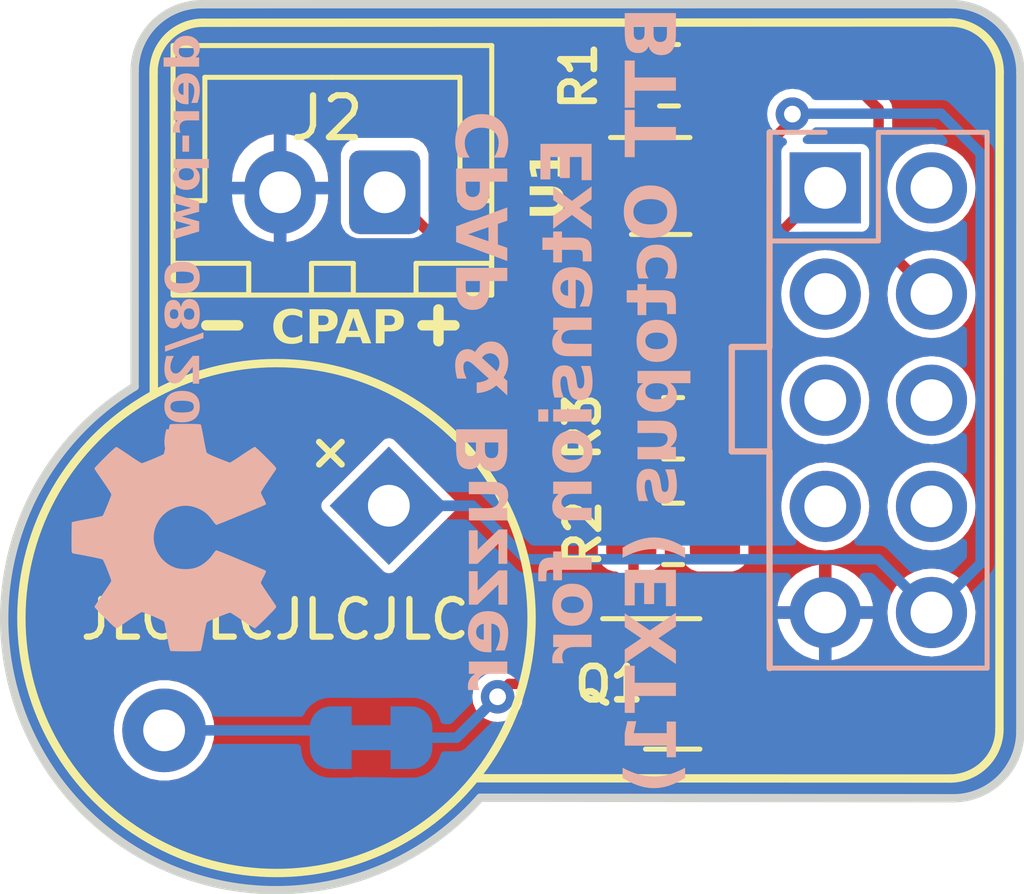
<source format=kicad_pcb>
(kicad_pcb (version 20221018) (generator pcbnew)
  (title_block (comment 4 "AISLER Project ID: ZZKYGMZC"))
  (layers (0 "F.Cu" signal) (31 "B.Cu" signal) (34 "B.Paste" user) (35 "F.Paste" user) (36 "B.SilkS" user "B.Silkscreen") (37 "F.SilkS" user "F.Silkscreen") (38 "B.Mask" user) (39 "F.Mask" user) (44 "Edge.Cuts" user))
  (net 0 "")
  (net 1 "PE8")
  (net 8 "GND")
  (net 9 "+5V")
  (net 10 "/MOT_SIG_H")
  (net 11 "PE10")
  (net 12 "/BEEPER_H")
  (net 13 "Net-(Q1-G)")
  (net 14 "Net-(BZ1-+)")
  (footprint "Resistor_SMD:R_0805_2012Metric_Pad1.20x1.40mm_HandSolder" (layer "F.Cu") (at 195.8975 96.9725 180)
    (fp_text reference "R2" (at 2.1575 -0.0075 90) (layer "F.SilkS") (effects (font (size 0.8 0.8) (thickness 0.16) bold)))
    (fp_text value "330")
    (fp_line (start -0.227064 -0.735) (end 0.227064 -0.735) (stroke (width 0.12)) (layer "F.SilkS"))
    (fp_line (start -0.227064 0.735) (end 0.227064 0.735) (stroke (width 0.12)) (layer "F.SilkS"))
    (pad "1" smd roundrect (at -1 0 180) (size 1.2 1.4) (layers "F.Cu" "F.Paste" "F.Mask") (roundrect_rratio 0.2083333333) (net 1 "PE8"))
    (pad "2" smd roundrect (at 1 0 180) (size 1.2 1.4) (layers "F.Cu" "F.Paste" "F.Mask") (roundrect_rratio 0.2083333333) (net 13 "Net-(Q1-G)"))
  )
  (footprint "Resistor_SMD:R_0805_2012Metric_Pad1.20x1.40mm_HandSolder" (layer "F.Cu") (at 195.8975 94.4475 180)
    (fp_text reference "R3" (at 2.1675 0.0275 90) (layer "F.SilkS") (effects (font (size 0.8 0.8) (thickness 0.16) bold)))
    (fp_text value "10k")
    (fp_line (start -0.227064 -0.735) (end 0.227064 -0.735) (stroke (width 0.12)) (layer "F.SilkS"))
    (fp_line (start -0.227064 0.735) (end 0.227064 0.735) (stroke (width 0.12)) (layer "F.SilkS"))
    (pad "1" smd roundrect (at -1 0 180) (size 1.2 1.4) (layers "F.Cu" "F.Paste" "F.Mask") (roundrect_rratio 0.2083333333) (net 8 "GND"))
    (pad "2" smd roundrect (at 1 0 180) (size 1.2 1.4) (layers "F.Cu" "F.Paste" "F.Mask") (roundrect_rratio 0.2083333333) (net 13 "Net-(Q1-G)"))
  )
  (footprint "Resistor_SMD:R_0805_2012Metric_Pad1.20x1.40mm_HandSolder" (layer "F.Cu") (at 195.8 86 180)
    (fp_text reference "R1" (at 2.16 -0.02 270) (layer "F.SilkS") (effects (font (size 0.8 0.8) (thickness 0.16) bold)))
    (fp_text value "4.7k")
    (fp_line (start -0.227064 -0.735) (end 0.227064 -0.735) (stroke (width 0.12)) (layer "F.SilkS"))
    (fp_line (start -0.227064 0.735) (end 0.227064 0.735) (stroke (width 0.12)) (layer "F.SilkS"))
    (pad "1" smd roundrect (at -1 0 180) (size 1.2 1.4) (layers "F.Cu" "F.Paste" "F.Mask") (roundrect_rratio 0.2083333333) (net 11 "PE10"))
    (pad "2" smd roundrect (at 1 0 180) (size 1.2 1.4) (layers "F.Cu" "F.Paste" "F.Mask") (roundrect_rratio 0.2083333333) (net 8 "GND"))
  )
  (footprint "Buzzer_Beeper:Buzzer_12x9.5RM7.6" (layer "F.Cu") (at 189.1 96.3 -135)
    (fp_text reference "BZ1" hide)
    (fp_text value "Buzzer" hide)
    (fp_text user "+" (at 0.098995 1.951615 45) (layer "F.SilkS"))
    (fp_circle (center 3.8 0) (end 9.9 0) (stroke (width 0.2)) (fill none) (layer "F.SilkS"))
    (pad "1" thru_hole rect (at 0 0 225) (size 2 2) (drill 1) (layers "*.Cu" "*.Mask") (net 9 "+5V"))
    (pad "2" thru_hole circle (at 7.6 0 225) (size 2 2) (drill 1) (layers "*.Cu" "*.Mask") (net 14 "Net-(BZ1-+)"))
  )
  (footprint "Package_TO_SOT_SMD:SOT-353_SC-70-5_Handsoldering" (layer "F.Cu") (at 195.6 88.65)
    (fp_text reference "U1" hide)
    (fp_text value "74LVC1G125" hide)
    (fp_text user "${REFERENCE}" (at -2.65 -0.03 90) (layer "F.SilkS") (effects (font (size 0.8 0.8) (thickness 0.15) bold)))
    (fp_line (start -0.7 1.16) (end 0.7 1.16) (stroke (width 0.12)) (layer "F.SilkS"))
    (fp_line (start 0.7 -1.16) (end -1.2 -1.16) (stroke (width 0.12)) (layer "F.SilkS"))
    (pad "1" smd rect (at -1.25 -0.65) (size 1.34 0.4) (layers "F.Cu" "F.Paste" "F.Mask") (net 8 "GND"))
    (pad "2" smd rect (at -1.25 0) (size 1.34 0.4) (layers "F.Cu" "F.Paste" "F.Mask") (net 11 "PE10"))
    (pad "3" smd rect (at -1.25 0.65) (size 1.34 0.4) (layers "F.Cu" "F.Paste" "F.Mask") (net 8 "GND"))
    (pad "4" smd rect (at 1.25 0.65) (size 1.34 0.4) (layers "F.Cu" "F.Paste" "F.Mask") (net 10 "/MOT_SIG_H"))
    (pad "5" smd rect (at 1.25 -0.65) (size 1.34 0.4) (layers "F.Cu" "F.Paste" "F.Mask") (net 9 "+5V"))
  )
  (footprint "Connector_JST:JST_XH_B2B-XH-A_1x02_P2.50mm_Vertical" (layer "F.Cu") (at 189 88.8 180)
    (fp_text reference "J2" (at 1.38 1.775) (layer "F.SilkS"))
    (fp_text value "Conn_01x02_Pin" hide)
    (fp_line (start -2.56 -2.46) (end -2.56 3.51) (stroke (width 0.12)) (layer "F.SilkS"))
    (fp_line (start -2.56 3.51) (end 5.06 3.51) (stroke (width 0.12)) (layer "F.SilkS"))
    (fp_line (start -2.55 -2.45) (end -2.55 -1.7) (stroke (width 0.12)) (layer "F.SilkS"))
    (fp_line (start -2.55 -1.7) (end -0.75 -1.7) (stroke (width 0.12)) (layer "F.SilkS"))
    (fp_line (start -2.55 -0.2) (end -1.8 -0.2) (stroke (width 0.12)) (layer "F.SilkS"))
    (fp_line (start -1.8 -0.2) (end -1.8 2.75) (stroke (width 0.12)) (layer "F.SilkS"))
    (fp_line (start -1.8 2.75) (end 1.25 2.75) (stroke (width 0.12)) (layer "F.SilkS"))
    (fp_line (start -0.75 -2.45) (end -2.55 -2.45) (stroke (width 0.12)) (layer "F.SilkS"))
    (fp_line (start -0.75 -1.7) (end -0.75 -2.45) (stroke (width 0.12)) (layer "F.SilkS"))
    (fp_line (start 0.75 -2.45) (end 0.75 -1.7) (stroke (width 0.12)) (layer "F.SilkS"))
    (fp_line (start 0.75 -1.7) (end 1.75 -1.7) (stroke (width 0.12)) (layer "F.SilkS"))
    (fp_line (start 1.75 -2.45) (end 0.75 -2.45) (stroke (width 0.12)) (layer "F.SilkS"))
    (fp_line (start 1.75 -1.7) (end 1.75 -2.45) (stroke (width 0.12)) (layer "F.SilkS"))
    (fp_line (start 3.25 -2.45) (end 3.25 -1.7) (stroke (width 0.12)) (layer "F.SilkS"))
    (fp_line (start 3.25 -1.7) (end 5.05 -1.7) (stroke (width 0.12)) (layer "F.SilkS"))
    (fp_line (start 4.3 -0.2) (end 4.3 2.75) (stroke (width 0.12)) (layer "F.SilkS"))
    (fp_line (start 4.3 2.75) (end 1.25 2.75) (stroke (width 0.12)) (layer "F.SilkS"))
    (fp_line (start 5.05 -2.45) (end 3.25 -2.45) (stroke (width 0.12)) (layer "F.SilkS"))
    (fp_line (start 5.05 -1.7) (end 5.05 -2.45) (stroke (width 0.12)) (layer "F.SilkS"))
    (fp_line (start 5.05 -0.2) (end 4.3 -0.2) (stroke (width 0.12)) (layer "F.SilkS"))
    (fp_line (start 5.06 -2.46) (end -2.56 -2.46) (stroke (width 0.12)) (layer "F.SilkS"))
    (fp_line (start 5.06 3.51) (end 5.06 -2.46) (stroke (width 0.12)) (layer "F.SilkS"))
    (pad "1" thru_hole roundrect (at 0 0 180) (size 1.7 2) (drill 1) (layers "*.Cu" "*.Mask") (roundrect_rratio 0.1470588235) (net 10 "/MOT_SIG_H"))
    (pad "2" thru_hole oval (at 2.5 0 180) (size 1.7 2) (drill 1) (layers "*.Cu" "*.Mask") (net 8 "GND"))
  )
  (footprint "Package_TO_SOT_SMD:SOT-23" (layer "F.Cu") (at 195.8875 100.5625)
    (fp_text reference "Q1" (at -1.5175 0.0075) (layer "F.SilkS") (effects (font (size 0.8 0.8) (thickness 0.16) bold)))
    (fp_text value "AO3400A" hide)
    (fp_line (start 0 -1.56) (end -1.675 -1.56) (stroke (width 0.12)) (layer "F.SilkS"))
    (fp_line (start 0 -1.56) (end 0.65 -1.56) (stroke (width 0.12)) (layer "F.SilkS"))
    (fp_line (start 0 1.56) (end -0.65 1.56) (stroke (width 0.12)) (layer "F.SilkS"))
    (fp_line (start 0 1.56) (end 0.65 1.56) (stroke (width 0.12)) (layer "F.SilkS"))
    (pad "1" smd roundrect (at -0.9375 -0.95) (size 1.475 0.6) (layers "F.Cu" "F.Paste" "F.Mask") (net 13 "Net-(Q1-G)"))
    (pad "2" smd roundrect (at -0.9375 0.95) (size 1.475 0.6) (layers "F.Cu" "F.Paste" "F.Mask") (net 8 "GND"))
    (pad "3" smd roundrect (at 0.9375 0) (size 1.475 0.6) (layers "F.Cu" "F.Paste" "F.Mask") (net 12 "/BEEPER_H"))
  )
  (footprint "Connector_PinSocket_2.54mm:PinSocket_2x05_P2.54mm_Vertical" (layer "B.Cu") (at 199.535 88.695 180)
    (fp_text reference "J1" hide)
    (fp_text value "Conn_02x05_Odd_Even" hide)
    (fp_line (start -3.87 -11.49) (end 1.33 -11.49) (stroke (width 0.12)) (layer "B.SilkS"))
    (fp_line (start -3.87 1.33) (end -3.87 -11.49) (stroke (width 0.12)) (layer "B.SilkS"))
    (fp_line (start -3.87 1.33) (end -1.27 1.33) (stroke (width 0.12)) (layer "B.SilkS"))
    (fp_line (start -1.27 -1.27) (end 1.33 -1.27) (stroke (width 0.12)) (layer "B.SilkS"))
    (fp_line (start -1.27 1.33) (end -1.27 -1.27) (stroke (width 0.12)) (layer "B.SilkS"))
    (fp_line (start 0 1.33) (end 1.33 1.33) (stroke (width 0.12)) (layer "B.SilkS"))
    (fp_line (start 1.33 -1.27) (end 1.33 -11.49) (stroke (width 0.12)) (layer "B.SilkS"))
    (fp_line (start 1.33 1.33) (end 1.33 0) (stroke (width 0.12)) (layer "B.SilkS"))
    (pad "1" thru_hole rect (at 0 0 180) (size 1.7 1.7) (drill 1) (layers "*.Cu" "*.Mask") (net 1 "PE8"))
    (pad "2" thru_hole oval (at -2.54 0 180) (size 1.7 1.7) (drill 1) (layers "*.Cu" "*.Mask"))
    (pad "3" thru_hole oval (at 0 -2.54 180) (size 1.7 1.7) (drill 1) (layers "*.Cu" "*.Mask"))
    (pad "4" thru_hole oval (at -2.54 -2.54 180) (size 1.7 1.7) (drill 1) (layers "*.Cu" "*.Mask") (net 11 "PE10"))
    (pad "5" thru_hole oval (at 0 -5.08 180) (size 1.7 1.7) (drill 1) (layers "*.Cu" "*.Mask"))
    (pad "6" thru_hole oval (at -2.54 -5.08 180) (size 1.7 1.7) (drill 1) (layers "*.Cu" "*.Mask"))
    (pad "7" thru_hole oval (at 0 -7.62 180) (size 1.7 1.7) (drill 1) (layers "*.Cu" "*.Mask"))
    (pad "8" thru_hole oval (at -2.54 -7.62 180) (size 1.7 1.7) (drill 1) (layers "*.Cu" "*.Mask"))
    (pad "9" thru_hole oval (at 0 -10.16 180) (size 1.7 1.7) (drill 1) (layers "*.Cu" "*.Mask") (net 8 "GND"))
    (pad "10" thru_hole oval (at -2.54 -10.16 180) (size 1.7 1.7) (drill 1) (layers "*.Cu" "*.Mask") (net 9 "+5V"))
  )
  (footprint "Jumper:SolderJumper-2_P1.3mm_Bridged_RoundedPad1.0x1.5mm" (layer "B.Cu") (at 188.36 101.85)
    (fp_text reference "JP1" hide)
    (fp_text value "Jumper_2_Bridged" hide)
    (fp_poly (pts (xy 0.9 0.3) (xy -0.25 0.3) (xy -0.25 -0.3) (xy 0.9 -0.3)) (fill solid) (layer "B.Cu"))
    (pad "1" smd custom (at -0.65 0) (size 1 0.5) (layers "B.Cu" "B.Mask") (net 14 "Net-(BZ1-+)") (options (clearance outline) (anchor rect)) (primitives (gr_circle (center 0 -0.25) (end 0.5 -0.25) (width 0) (fill yes)) (gr_circle (center 0 0.25) (end 0.5 0.25) (width 0) (fill yes)) (gr_poly (pts (xy 0.5 -0.75) (xy 0 -0.75) (xy 0 0.75) (xy 0.5 0.75)) (width 0) (fill yes))))
    (pad "2" smd custom (at 1.28 0) (size 1 0.5) (layers "B.Cu" "B.Mask") (net 12 "/BEEPER_H") (options (clearance outline) (anchor rect)) (primitives (gr_circle (center 0 -0.25) (end 0.5 -0.25) (width 0) (fill yes)) (gr_circle (center 0 0.25) (end 0.5 0.25) (width 0) (fill yes)) (gr_poly (pts (xy 0 -0.75) (xy -0.5 -0.75) (xy -0.5 0.75) (xy 0 0.75)) (width 0) (fill yes))))
  )
  (gr_line (start 198.205 87.365) (end 198.2 92.5) (stroke (width 0.15)) (layer "B.SilkS"))
  (gr_line (start 197.3 95) (end 198.2 95) (stroke (width 0.15)) (layer "B.SilkS"))
  (gr_poly (pts (xy 181.511876 97.033831) (xy 181.516412 96.693639) (xy 181.585672 96.676539) (xy 181.605559 96.672033) (xy 181.635656 96.665746) (xy 181.720547 96.648979) (xy 181.828477 96.628528) (xy 181.947577 96.606685) (xy 182.062533 96.584852) (xy 182.159179 96.564422) (xy 182.197465 96.555448) (xy 182.227369 96.547681) (xy 182.247623 96.541409) (xy 182.253734 96.538922) (xy 182.256958 96.536917) (xy 182.262504 96.528244) (xy 182.271479 96.510559) (xy 182.29763 96.45325) (xy 182.331229 96.375182) (xy 182.368094 96.286547) (xy 182.404045 96.19754) (xy 182.434901 96.118351) (xy 182.45648 96.059176) (xy 182.462485 96.040277) (xy 182.464603 96.030205) (xy 182.464402 96.02894) (xy 182.463808 96.027113) (xy 182.461476 96.021834) (xy 182.457685 96.014492) (xy 182.452514 96.005211) (xy 182.438347 95.981328) (xy 182.419603 95.951181) (xy 182.39691 95.915764) (xy 182.370898 95.876073) (xy 182.342196 95.833101) (xy 182.311431 95.787844) (xy 182.108776 95.491979) (xy 182.098836 95.477121) (xy 182.089563 95.462685) (xy 182.081159 95.449031) (xy 182.073828 95.436513) (xy 182.067773 95.425491) (xy 182.063196 95.416321) (xy 182.061526 95.412542) (xy 182.060301 95.40936) (xy 182.059548 95.40682) (xy 182.059291 95.404966) (xy 182.05962 95.403893) (xy 182.060598 95.402182) (xy 182.064432 95.396915) (xy 182.070665 95.389301) (xy 182.079167 95.379477) (xy 182.102462 95.353744) (xy 182.133286 95.320806) (xy 182.170604 95.281756) (xy 182.213386 95.237684) (xy 182.260597 95.189682) (xy 182.311205 95.138842) (xy 182.37589 95.074668) (xy 182.430611 95.021355) (xy 182.476086 94.978273) (xy 182.513032 94.944791) (xy 182.542167 94.920282) (xy 182.554029 94.911195) (xy 182.564208 94.904115) (xy 182.572793 94.898963) (xy 182.579873 94.89566) (xy 182.585538 94.894129) (xy 182.589879 94.89429) (xy 182.594008 94.89603) (xy 182.600849 94.899652) (xy 182.622039 94.912141) (xy 182.652196 94.930955) (xy 182.690067 94.955289) (xy 182.734399 94.984342) (xy 182.78394 95.017309) (xy 182.837436 95.053387) (xy 182.893636 95.091775) (xy 183.002977 95.165713) (xy 183.095968 95.226262) (xy 183.133254 95.249562) (xy 183.162757 95.267172) (xy 183.183247 95.278311) (xy 183.189727 95.28121) (xy 183.193492 95.282198) (xy 183.203234 95.279962) (xy 183.22222 95.273625) (xy 183.282612 95.250862) (xy 183.364043 95.218343) (xy 183.455888 95.180502) (xy 183.547523 95.141773) (xy 183.628323 95.10659) (xy 183.687662 95.079387) (xy 183.705964 95.070163) (xy 183.714917 95.064597) (xy 183.71651 95.06166) (xy 183.718712 95.055367) (xy 183.724777 95.033428) (xy 183.732792 95.000215) (xy 183.742432 94.95716) (xy 183.753376 94.905697) (xy 183.7653 94.847259) (xy 183.777882 94.78328) (xy 183.7908 94.715192) (xy 183.837591 94.471332) (xy 183.853365 94.393012) (xy 183.861013 94.359334) (xy 183.861765 94.358069) (xy 183.863013 94.356859) (xy 183.864778 94.355702) (xy 183.867079 94.354598) (xy 183.869935 94.353545) (xy 183.873366 94.352544) (xy 183.882031 94.35069) (xy 183.89323 94.349027) (xy 183.907121 94.347549) (xy 183.923859 94.346247) (xy 183.943602 94.345115) (xy 183.966506 94.344144) (xy 183.992728 94.343327) (xy 184.022423 94.342657) (xy 184.05575 94.342126) (xy 184.133922 94.341449) (xy 184.228496 94.341237) (xy 184.399979 94.342158) (xy 184.463454 94.343387) (xy 184.513588 94.3452) (xy 184.551511 94.347649) (xy 184.578348 94.350785) (xy 184.59523 94.354663) (xy 184.600289 94.356896) (xy 184.603282 94.359334) (xy 184.604993 94.362752) (xy 184.60721 94.369169) (xy 184.613023 94.39034) (xy 184.620436 94.421528) (xy 184.629164 94.461409) (xy 184.638923 94.508662) (xy 184.649429 94.561965) (xy 184.660398 94.619996) (xy 184.671545 94.681434) (xy 184.693751 94.802225) (xy 184.714549 94.906385) (xy 184.731546 94.982792) (xy 184.737871 95.007114) (xy 184.742347 95.020328) (xy 184.743721 95.022899) (xy 184.745388 95.025497) (xy 184.747367 95.028133) (xy 184.749674 95.030813) (xy 184.752327 95.033549) (xy 184.755345 95.036348) (xy 184.758744 95.039219) (xy 184.762543 95.042172) (xy 184.76676 95.045216) (xy 184.771411 95.048358) (xy 184.776515 95.05161) (xy 184.78209 95.054978) (xy 184.794722 95.062102) (xy 184.809448 95.069803) (xy 184.82641 95.078152) (xy 184.84575 95.087221) (xy 184.867609 95.097082) (xy 184.89213 95.107805) (xy 184.919454 95.119464) (xy 184.949723 95.132128) (xy 184.983078 95.145871) (xy 185.019661 95.160763) (xy 185.122338 95.201799) (xy 185.209265 95.235509) (xy 185.271274 95.258409) (xy 185.290069 95.264715) (xy 185.299197 95.267012) (xy 185.300529 95.266802) (xy 185.302558 95.266108) (xy 185.308631 95.263313) (xy 185.317263 95.258725) (xy 185.328304 95.252438) (xy 185.357007 95.235154) (xy 185.393534 95.212231) (xy 185.436674 95.184438) (xy 185.485221 95.152544) (xy 185.537966 95.117318) (xy 185.5937 95.079528) (xy 185.702591 95.006457) (xy 185.751644 94.974498) (xy 185.79546 94.946618) (xy 185.832808 94.92359) (xy 185.862458 94.906186) (xy 185.883178 94.895178) (xy 185.889805 94.892313) (xy 185.893738 94.891337) (xy 185.895333 94.891666) (xy 185.897555 94.892644) (xy 185.903811 94.896479) (xy 185.912365 94.902712) (xy 185.923076 94.911215) (xy 185.935804 94.921859) (xy 185.950408 94.934513) (xy 185.984684 94.96534) (xy 186.02478 95.002661) (xy 186.06957 95.045445) (xy 186.117931 95.092657) (xy 186.168738 95.143264) (xy 186.246523 95.221749) (xy 186.306038 95.282633) (xy 186.34947 95.328582) (xy 186.365837 95.346788) (xy 186.379002 95.36226) (xy 186.389239 95.375331) (xy 186.39682 95.386334) (xy 186.402018 95.395603) (xy 186.405107 95.40347) (xy 186.406359 95.410269) (xy 186.406048 95.416334) (xy 186.404447 95.421996) (xy 186.401828 95.42759) (xy 186.394836 95.439199) (xy 186.381519 95.459884) (xy 186.339026 95.523857) (xy 186.28057 95.610247) (xy 186.212372 95.709798) (xy 186.145542 95.808493) (xy 186.11631 95.85291) (xy 186.090809 95.892556) (xy 186.069745 95.926318) (xy 186.053825 95.953082) (xy 186.043755 95.971737) (xy 186.041134 95.977676) (xy 186.040241 95.98117) (xy 186.040586 95.984015) (xy 186.041598 95.988047) (xy 186.043243 95.99319) (xy 186.045485 95.999369) (xy 186.04829 96.00651) (xy 186.051624 96.014537) (xy 186.059739 96.032954) (xy 186.069553 96.05402) (xy 186.080788 96.077138) (xy 186.093169 96.10171) (xy 186.106417 96.127138) (xy 186.119514 96.152394) (xy 186.131428 96.176473) (xy 186.141917 96.198811) (xy 186.150737 96.218845) (xy 186.157646 96.23601) (xy 186.1624 96.249742) (xy 186.163893 96.255144) (xy 186.164757 96.259477) (xy 186.164961 96.26267) (xy 186.164474 96.264652) (xy 186.16381 96.265423) (xy 186.162678 96.26638) (xy 186.159054 96.268831) (xy 186.153703 96.271959) (xy 186.146721 96.275718) (xy 186.128263 96.284948) (xy 186.104467 96.296156) (xy 186.076121 96.308978) (xy 186.044013 96.32305) (xy 186.00893 96.338007) (xy 185.971661 96.353484) (xy 185.39041 96.593985) (xy 185.234998 96.65797) (xy 185.10496 96.710368) (xy 185.013915 96.745774) (xy 184.987271 96.755413) (xy 184.975483 96.758777) (xy 184.974467 96.758658) (xy 184.973296 96.758306) (xy 184.971973 96.757727) (xy 184.970505 96.756926) (xy 184.968898 96.755908) (xy 184.967156 96.754681) (xy 184.963289 96.751619) (xy 184.958949 96.747787) (xy 184.954179 96.74323) (xy 184.949023 96.737996) (xy 184.943523 96.732131) (xy 184.937722 96.725681) (xy 184.931664 96.718693) (xy 184.925393 96.711214) (xy 184.918951 96.703289) (xy 184.912382 96.694966) (xy 184.905729 96.686291) (xy 184.899035 96.677311) (xy 184.892343 96.668072) (xy 184.86906 96.636204) (xy 184.846119 96.606392) (xy 184.823385 96.57853) (xy 184.800724 96.552513) (xy 184.778003 96.528233) (xy 184.755087 96.505584) (xy 184.731843 96.48446) (xy 184.708136 96.464754) (xy 184.683833 96.446361) (xy 184.6588 96.429174) (xy 184.632902 96.413087) (xy 184.606006 96.397993) (xy 184.577978 96.383786) (xy 184.548684 96.37036) (xy 184.517989 96.357608) (xy 184.485761 96.345424) (xy 184.449375 96.333229) (xy 184.413057 96.322963) (xy 184.376793 96.314628) (xy 184.340568 96.308222) (xy 184.304369 96.303749) (xy 184.268182 96.301208) (xy 184.231993 96.300601) (xy 184.195787 96.301929) (xy 184.159552 96.305191) (xy 184.123271 96.310391) (xy 184.086933 96.317527) (xy 184.050522 96.326601) (xy 184.014025 96.337615) (xy 183.977427 96.350568) (xy 183.940715 96.365463) (xy 183.903874 96.382299) (xy 183.880118 96.394313) (xy 183.856882 96.407168) (xy 183.834183 96.420839) (xy 183.812036 96.435302) (xy 183.790456 96.450533) (xy 183.769458 96.466507) (xy 183.749058 96.4832) (xy 183.729271 96.500587) (xy 183.710113 96.518645) (xy 183.691597 96.537348) (xy 183.673741 96.556673) (xy 183.656558 96.576594) (xy 183.640065 96.597088) (xy 183.624276 96.61813) (xy 183.609207 96.639695) (xy 183.594873 96.66176) (xy 183.58129 96.6843) (xy 183.568472 96.70729) (xy 183.556435 96.730707) (xy 183.545195 96.754524) (xy 183.534766 96.77872) (xy 183.525163 96.803268) (xy 183.516403 96.828144) (xy 183.5085 96.853325) (xy 183.501469 96.878785) (xy 183.495327 96.904501) (xy 183.490087 96.930447) (xy 183.485766 96.9566) (xy 183.482379 96.982935) (xy 183.47994 97.009427) (xy 183.478466 97.036053) (xy 183.477971 97.062788) (xy 183.478624 97.093084) (xy 183.480566 97.123235) (xy 183.488212 97.182963) (xy 183.500705 97.241691) (xy 183.517838 97.29914) (xy 183.539405 97.355028) (xy 183.5652 97.409078) (xy 183.595018 97.461008) (xy 183.628653 97.510538) (xy 183.665898 97.557389) (xy 183.706548 97.601281) (xy 183.750397 97.641934) (xy 183.797239 97.679068) (xy 183.846868 97.712403) (xy 183.899078 97.741659) (xy 183.926087 97.75467) (xy 183.953664 97.766556) (xy 183.981783 97.777283) (xy 184.010419 97.786815) (xy 184.035021 97.793695) (xy 184.061159 97.799658) (xy 184.088614 97.804704) (xy 184.117165 97.808833) (xy 184.146594 97.812044) (xy 184.176681 97.814337) (xy 184.207207 97.815713) (xy 184.237952 97.816172) (xy 184.268698 97.815713) (xy 184.299224 97.814337) (xy 184.329311 97.812044) (xy 184.35874 97.808833) (xy 184.387291 97.804704) (xy 184.414746 97.799658) (xy 184.440884 97.793695) (xy 184.465487 97.786815) (xy 184.496505 97.776349) (xy 184.527266 97.764205) (xy 184.557729 97.750416) (xy 184.587855 97.735011) (xy 184.617604 97.718023) (xy 184.646938 97.699482) (xy 184.675817 97.679419) (xy 184.704202 97.657867) (xy 184.732052 97.634856) (xy 184.75933 97.610417) (xy 184.785996 97.584582) (xy 184.81201 97.557381) (xy 184.837333 97.528846) (xy 184.861925 97.499009) (xy 184.885748 97.4679) (xy 184.908762 97.435551) (xy 184.913651 97.428545) (xy 184.918598 97.421736) (xy 184.923571 97.415158) (xy 184.928534 97.408848) (xy 184.933454 97.402841) (xy 184.938295 97.397171) (xy 184.943023 97.391874) (xy 184.947605 97.386985) (xy 184.952005 97.382539) (xy 184.95619 97.378572) (xy 184.960125 97.375118) (xy 184.963775 97.372214) (xy 184.967107 97.369894) (xy 184.970086 97.368193) (xy 184.972678 97.367146) (xy 184.973818 97.366879) (xy 184.974848 97.366789) (xy 184.977861 97.367233) (xy 184.98291 97.368536) (xy 184.998651 97.373542) (xy 185.021139 97.381457) (xy 185.049443 97.39193) (xy 185.08263 97.404611) (xy 185.11977 97.419149) (xy 185.159929 97.435193) (xy 185.202177 97.452392) (xy 185.938176 97.757103) (xy 186.102277 97.827796) (xy 186.142703 97.846672) (xy 186.158941 97.856071) (xy 186.159843 97.857156) (xy 186.160592 97.858433) (xy 186.161189 97.859903) (xy 186.16163 97.861568) (xy 186.161916 97.863432) (xy 186.162046 97.865495) (xy 186.162018 97.867762) (xy 186.161832 97.870233) (xy 186.161486 97.872912) (xy 186.160979 97.8758) (xy 186.160311 97.878899) (xy 186.15948 97.882213) (xy 186.157328 97.889493) (xy 186.154513 97.897657) (xy 186.151027 97.906724) (xy 186.146864 97.916712) (xy 186.142014 97.927639) (xy 186.13647 97.939526) (xy 186.130223 97.952388) (xy 186.123266 97.966247) (xy 186.11559 97.981118) (xy 186.107188 97.997022) (xy 186.093763 98.022726) (xy 186.081228 98.047545) (xy 186.06986 98.070876) (xy 186.059937 98.092115) (xy 186.051736 98.110659) (xy 186.045535 98.125906) (xy 186.041611 98.137252) (xy 186.040589 98.141273) (xy 186.040241 98.144093) (xy 186.040465 98.145509) (xy 186.04113 98.14755) (xy 186.04374 98.153439) (xy 186.047982 98.161623) (xy 186.053769 98.171963) (xy 186.069625 98.198559) (xy 186.090604 98.23212) (xy 186.116004 98.27154) (xy 186.14512 98.315711) (xy 186.17725 98.363529) (xy 186.211691 98.413886) (xy 186.279678 98.513066) (xy 186.338056 98.59939) (xy 186.380615 98.66359) (xy 186.394023 98.684495) (xy 186.401148 98.696393) (xy 186.402672 98.699376) (xy 186.403991 98.702297) (xy 186.405067 98.705201) (xy 186.405865 98.708134) (xy 186.406349 98.711139) (xy 186.406462 98.712683) (xy 186.406482 98.714261) (xy 186.406406 98.71588) (xy 186.406229 98.717545) (xy 186.405946 98.719261) (xy 186.405553 98.721035) (xy 186.405045 98.722871) (xy 186.404418 98.724775) (xy 186.402789 98.72881) (xy 186.400628 98.733185) (xy 186.397901 98.737943) (xy 186.394571 98.743131) (xy 186.390601 98.748791) (xy 186.385957 98.754969) (xy 186.380601 98.761709) (xy 186.374498 98.769055) (xy 186.367611 98.777053) (xy 186.359905 98.785746) (xy 186.351343 98.795179) (xy 186.34189 98.805397) (xy 186.331509 98.816443) (xy 186.30782 98.841202) (xy 186.279986 98.869812) (xy 186.247721 98.902627) (xy 186.210734 98.940005) (xy 186.168738 98.982302) (xy 186.169057 98.982279) (xy 186.118272 99.032884) (xy 186.069978 99.080095) (xy 186.025297 99.122878) (xy 185.985349 99.160199) (xy 185.951257 99.191025) (xy 185.924141 99.214323) (xy 185.905124 99.229059) (xy 185.899003 99.232894) (xy 185.895327 99.234201) (xy 185.893785 99.233955) (xy 185.891553 99.233225) (xy 185.885097 99.23036) (xy 185.876111 99.225704) (xy 185.864748 99.219352) (xy 185.8355 99.201948) (xy 185.798574 99.17892) (xy 185.755191 99.15104) (xy 185.706572 99.119081) (xy 185.653938 99.083813) (xy 185.598509 99.04601) (xy 185.490547 98.972963) (xy 185.398802 98.913189) (xy 185.362044 98.890206) (xy 185.332979 98.872854) (xy 185.31282 98.861902) (xy 185.30646 98.859068) (xy 185.302781 98.858123) (xy 185.299162 98.858698) (xy 185.292994 98.860327) (xy 185.273589 98.866527) (xy 185.245725 98.876291) (xy 185.210558 98.889187) (xy 185.169247 98.904782) (xy 185.12295 98.922645) (xy 185.072823 98.942343) (xy 185.020024 98.963446) (xy 184.948795 98.992453) (xy 184.890618 99.016878) (xy 184.844192 99.037384) (xy 184.808212 99.054632) (xy 184.781377 99.069284) (xy 184.770982 99.075844) (xy 184.762384 99.082003) (xy 184.755421 99.087843) (xy 184.74993 99.093449) (xy 184.745747 99.098902) (xy 184.742711 99.104285) (xy 184.740745 99.109508) (xy 184.738275 99.11768) (xy 184.731973 99.142174) (xy 184.724108 99.176371) (xy 184.714981 99.218877) (xy 184.704895 99.268299) (xy 184.694153 99.323241) (xy 184.683056 99.382309) (xy 184.671908 99.44411) (xy 184.64971 99.563575) (xy 184.629477 99.664125) (xy 184.62078 99.704004) (xy 184.613393 99.735191) (xy 184.607591 99.756365) (xy 184.605369 99.762784) (xy 184.603646 99.766204) (xy 184.60243 99.767453) (xy 184.600727 99.768649) (xy 184.598521 99.769793) (xy 184.595794 99.770886) (xy 184.588712 99.772922) (xy 184.579348 99.774762) (xy 184.567567 99.776415) (xy 184.553235 99.777886) (xy 184.536219 99.779182) (xy 184.516384 99.78031) (xy 184.493597 99.781277) (xy 184.467723 99.782088) (xy 184.438628 99.782751) (xy 184.406178 99.783273) (xy 184.330679 99.783917) (xy 184.240154 99.784075) (xy 184.10325 99.783152) (xy 183.988671 99.780803) (xy 183.908416 99.777379) (xy 183.884909 99.775375) (xy 183.877968 99.774319) (xy 183.874484 99.773234) (xy 183.87356 99.772263) (xy 183.872492 99.770461) (xy 183.869944 99.76445) (xy 183.866878 99.755373) (xy 183.863333 99.743403) (xy 183.854965 99.711475) (xy 183.84515 99.670044) (xy 183.834199 99.620489) (xy 183.822424 99.564192) (xy 183.810137 99.50253) (xy 183.797649 99.436884) (xy 183.773286 99.30806) (xy 183.75147 99.198079) (xy 183.734612 99.11861) (xy 183.728796 99.093964) (xy 183.725123 99.08132) (xy 183.724121 99.079279) (xy 183.722727 99.077131) (xy 183.720934 99.074875) (xy 183.718737 99.072507) (xy 183.716128 99.070023) (xy 183.713103 99.067421) (xy 183.705773 99.061848) (xy 183.696699 99.05576) (xy 183.685828 99.049133) (xy 183.673112 99.04194) (xy 183.658499 99.034155) (xy 183.641939 99.025751) (xy 183.623382 99.016702) (xy 183.602777 99.006983) (xy 183.580073 98.996567) (xy 183.555221 98.985429) (xy 183.52817 98.973541) (xy 183.498869 98.960877) (xy 183.467268 98.947413) (xy 183.369621 98.90701) (xy 183.28542 98.873924) (xy 183.25117 98.861192) (xy 183.223653 98.851569) (xy 183.203992 98.845482) (xy 183.197459 98.843899) (xy 183.193311 98.843359) (xy 183.191514 98.843607) (xy 183.18903 98.844345) (xy 183.182075 98.847239) (xy 183.172602 98.851944) (xy 183.160765 98.858362) (xy 183.130623 98.875945) (xy 183.092896 98.899211) (xy 183.048825 98.927378) (xy 182.999658 98.959667) (xy 182.946636 98.995298) (xy 182.891005 99.033491) (xy 182.782492 99.107899) (xy 182.689614 99.169936) (xy 182.622241 99.213124) (xy 182.601203 99.225624) (xy 182.590242 99.230981) (xy 182.588219 99.231295) (xy 182.585885 99.231202) (xy 182.583228 99.230691) (xy 182.580236 99.229751) (xy 182.576896 99.228372) (xy 182.573197 99.226544) (xy 182.569127 99.224255) (xy 182.564673 99.221496) (xy 182.554568 99.214523) (xy 182.542785 99.205542) (xy 182.529229 99.194467) (xy 182.513804 99.181215) (xy 182.496413 99.165701) (xy 182.47696 99.147842) (xy 182.455349 99.127553) (xy 182.431485 99.104749) (xy 182.405271 99.079348) (xy 182.37661 99.051263) (xy 182.311568 98.98671) (xy 182.213742 98.887794) (xy 182.133626 98.804471) (xy 182.102794 98.771395) (xy 182.079491 98.745502) (xy 182.064752 98.72789) (xy 182.060916 98.72253) (xy 182.059609 98.719652) (xy 182.060633 98.716583) (xy 182.063639 98.71066) (xy 182.075188 98.690879) (xy 182.093447 98.661556) (xy 182.117604 98.62394) (xy 182.146848 98.579277) (xy 182.18037 98.528817) (xy 182.217359 98.473807) (xy 182.257003 98.415496) (xy 182.334169 98.301451) (xy 182.398387 98.204361) (xy 182.442951 98.134507) (xy 182.455767 98.113006) (xy 182.461155 98.102168) (xy 182.460383 98.092489) (xy 182.455679 98.073937) (xy 182.436476 98.015254) (xy 182.407554 97.936205) (xy 182.372919 97.846875) (xy 182.336576 97.757351) (xy 182.302532 97.677717) (xy 182.274794 97.618059) (xy 182.26454 97.598873) (xy 182.257366 97.588463) (xy 182.251183 97.585251) (xy 182.238039 97.580849) (xy 182.192694 97.568855) (xy 182.124978 97.553239) (xy 182.038535 97.534759) (xy 181.937011 97.514175) (xy 181.824053 97.492243) (xy 181.703305 97.469724) (xy 181.578415 97.447375) (xy 181.571278 97.446022) (xy 181.564655 97.444559) (xy 181.558529 97.442974) (xy 181.552883 97.441255) (xy 181.5477 97.439391) (xy 181.542962 97.43737) (xy 181.538654 97.43518) (xy 181.534759 97.43281) (xy 181.531258 97.430248) (xy 181.528137 97.427482) (xy 181.525377 97.424501) (xy 181.522961 97.421294) (xy 181.520874 97.417848) (xy 181.519098 97.414152) (xy 181.517616 97.410195) (xy 181.516412 97.405964) (xy 181.515598 97.400947) (xy 181.514859 97.392608) (xy 181.513598 97.366725) (xy 181.512624 97.32984) (xy 181.511933 97.28348) (xy 181.511373 97.168444)) (fill solid) (layer "B.SilkS"))
  (gr_line (start 198.2 92.5) (end 197.3 92.5) (stroke (width 0.15)) (layer "B.SilkS"))
  (gr_line (start 198.2 95) (end 198.205 100.185) (stroke (width 0.15)) (layer "B.SilkS"))
  (gr_line (start 197.3 92.5) (end 197.3 95) (stroke (width 0.15)) (layer "B.SilkS"))
  (gr_line (start 203.7 101.644257) (end 203.705742 85.920003) (stroke (width 0.2)) (layer "F.SilkS"))
  (gr_arc (start 202.523823 84.738082) (mid 203.359566 85.084259) (end 203.705742 85.920003) (stroke (width 0.2)) (layer "F.SilkS"))
  (gr_line (start 183.473823 85.925743) (end 183.48 93.64) (stroke (width 0.2)) (layer "F.SilkS"))
  (gr_line (start 191.17 102.82) (end 202.518079 102.826176) (stroke (width 0.2)) (layer "F.SilkS"))
  (gr_arc (start 183.473823 85.925743) (mid 183.82 85.09) (end 184.655744 84.743824) (stroke (width 0.2)) (layer "F.SilkS"))
  (gr_line (start 202.523823 84.738082) (end 184.655744 84.743824) (stroke (width 0.2)) (layer "F.SilkS"))
  (gr_arc (start 203.7 101.644257) (mid 203.353836 102.480014) (end 202.518079 102.826176) (stroke (width 0.2)) (layer "F.SilkS"))
  (gr_arc (start 191.28423 103.286162) (mid 181.424742 103.180155) (end 183.02 93.450001) (stroke (width 0.2)) (layer "Edge.Cuts"))
  (gr_line (start 204.2 101.69863) (end 204.201362 85.941364) (stroke (width 0.2)) (layer "Edge.Cuts"))
  (gr_arc (start 204.2 101.69863) (mid 203.731362 102.829992) (end 202.6 103.29863) (stroke (width 0.2)) (layer "Edge.Cuts"))
  (gr_arc (start 183.021371 85.90137) (mid 183.49 84.77) (end 184.621371 84.30137) (stroke (width 0.2)) (layer "Edge.Cuts"))
  (gr_line (start 183.021371 85.90137) (end 183.02 93.45) (stroke (width 0.2)) (layer "Edge.Cuts"))
  (gr_line (start 202.56 84.3) (end 184.621371 84.30137) (stroke (width 0.2)) (layer "Edge.Cuts"))
  (gr_arc (start 202.56 84.3) (mid 203.720605 84.780756) (end 204.201362 85.941364) (stroke (width 0.2)) (layer "Edge.Cuts"))
  (gr_line (start 191.28423 103.286162) (end 202.6 103.29863) (stroke (width 0.2)) (layer "Edge.Cuts"))
  (gr_text "der-pw 08/2023" (at 184.7 85 90) (layer "B.SilkS") (effects (font (size 0.8 0.9) (thickness 0.16) bold) (justify left bottom mirror)))
  (gr_text "CPAP & Buzzer\nExtension for\nBTT Octopus (EXT1)" (at 193.45 93.78 90) (layer "B.SilkS") (effects (font (size 1.2 1.2) (thickness 0.2) bold) (justify mirror)))
  (gr_text "CPAP" (at 186.28 92.55) (layer "F.SilkS") (effects (font (size 0.8 0.8) (thickness 0.2) bold) (justify left bottom)))
  (gr_text "-" (at 185.9 92.5) (layer "F.SilkS") (effects (font (size 1 1) (thickness 0.25) bold) (justify left bottom mirror)))
  (gr_text "+" (at 191.07 92.5) (layer "F.SilkS") (effects (font (size 1 1) (thickness 0.25) bold) (justify left bottom mirror)))
  (gr_text "JLCJLCJLCJLC" (at 181.65 99.55) (layer "F.SilkS") (effects (font (size 0.9 0.9)) (justify left bottom)))
  (segment (start 196.91 96.2) (end 198.07 95.04) (width 0.25) (layer "F.Cu") (net 1))
  (segment (start 198.07 90.16) (end 199.535 88.695) (width 0.25) (layer "F.Cu") (net 1))
  (segment (start 196.91 96.96) (end 196.91 96.2) (width 0.25) (layer "F.Cu") (net 1))
  (segment (start 196.8975 96.9725) (end 196.91 96.96) (width 0.25) (layer "F.Cu") (net 1))
  (segment (start 198.07 95.04) (end 198.07 90.16) (width 0.25) (layer "F.Cu") (net 1))
  (segment (start 198.75 87.07) (end 198.75 86.93) (width 0.25) (layer "F.Cu") (net 9))
  (segment (start 197.82 88) (end 198.75 87.07) (width 0.25) (layer "F.Cu") (net 9))
  (segment (start 196.93 88) (end 196.32 88) (width 0.25) (layer "F.Cu") (net 9))
  (segment (start 196.93 88) (end 196.93 87.96) (width 0.25) (layer "F.Cu") (net 9))
  (segment (start 196.85 88) (end 197.82 88) (width 0.25) (layer "F.Cu") (net 9))
  (via (at 198.75 86.93) (size 0.8) (drill 0.4) (layers "F.Cu" "B.Cu") (net 9))
  (segment (start 192.08 97.28) (end 191.1 96.3) (width 0.25) (layer "B.Cu") (net 9))
  (segment (start 189.1 96.3) (end 190.62 96.3) (width 0.25) (layer "B.Cu") (net 9))
  (segment (start 190.62 96.3) (end 191.1 96.3) (width 0.25) (layer "B.Cu") (net 9))
  (segment (start 198.76 86.92) (end 202.3 86.92) (width 0.25) (layer "B.Cu") (net 9))
  (segment (start 203.25 97.68) (end 202.075 98.855) (width 0.25) (layer "B.Cu") (net 9))
  (segment (start 200.8 97.58) (end 192.38 97.58) (width 0.25) (layer "B.Cu") (net 9))
  (segment (start 189.1 96.3) (end 191.1 96.3) (width 0.25) (layer "B.Cu") (net 9))
  (segment (start 202.3 86.92) (end 203.25 87.87) (width 0.25) (layer "B.Cu") (net 9))
  (segment (start 198.75 86.93) (end 198.76 86.92) (width 0.25) (layer "B.Cu") (net 9))
  (segment (start 203.25 87.87) (end 203.25 97.68) (width 0.25) (layer "B.Cu") (net 9))
  (segment (start 198.9 87.08) (end 198.75 86.93) (width 0.25) (layer "B.Cu") (net 9))
  (segment (start 202.075 98.855) (end 200.8 97.58) (width 0.25) (layer "B.Cu") (net 9))
  (segment (start 192.38 97.58) (end 192.08 97.28) (width 0.25) (layer "B.Cu") (net 9))
  (segment (start 194.63 90.45) (end 190.75 90.45) (width 0.25) (layer "F.Cu") (net 10))
  (segment (start 196.85 89.3) (end 195.78 89.3) (width 0.25) (layer "F.Cu") (net 10))
  (segment (start 190.75 90.45) (end 189 88.7) (width 0.25) (layer "F.Cu") (net 10))
  (segment (start 196.93 89.3) (end 196.54 89.3) (width 0.25) (layer "F.Cu") (net 10))
  (segment (start 195.78 89.3) (end 194.63 90.45) (width 0.25) (layer "F.Cu") (net 10))
  (segment (start 194.27 88.65) (end 195.27 88.65) (width 0.25) (layer "F.Cu") (net 11))
  (segment (start 195.47 88.45) (end 195.47 87.33) (width 0.25) (layer "F.Cu") (net 11))
  (segment (start 196.8 86) (end 200 86) (width 0.25) (layer "F.Cu") (net 11))
  (segment (start 200.81 86.81) (end 200.59 86.59) (width 0.25) (layer "F.Cu") (net 11))
  (segment (start 195.47 87.33) (end 196.8 86) (width 0.25) (layer "F.Cu") (net 11))
  (segment (start 195.27 88.65) (end 195.47 88.45) (width 0.25) (layer "F.Cu") (net 11))
  (segment (start 202.075 91.235) (end 200.81 89.97) (width 0.25) (layer "F.Cu") (net 11))
  (segment (start 200.81 89.97) (end 200.81 86.81) (width 0.25) (layer "F.Cu") (net 11))
  (segment (start 200 86) (end 200.59 86.59) (width 0.25) (layer "F.Cu") (net 11))
  (segment (start 191.7 100.87) (end 191.67 100.87) (width 0.25) (layer "F.Cu") (net 12))
  (segment (start 191.7 100.84) (end 191.7 100.87) (width 0.25) (layer "F.Cu") (net 12))
  (segment (start 191.67 100.87) (end 191.68 100.86) (width 0.25) (layer "F.Cu") (net 12))
  (segment (start 196.825 100.5625) (end 191.9775 100.5625) (width 0.25) (layer "F.Cu") (net 12))
  (segment (start 191.9775 100.5625) (end 191.7 100.84) (width 0.25) (layer "F.Cu") (net 12))
  (via (at 191.7 100.87) (size 0.8) (drill 0.4) (layers "F.Cu" "B.Cu") (net 12))
  (segment (start 190.72 101.85) (end 191.7 100.87) (width 0.25) (layer "B.Cu") (net 12))
  (segment (start 189.64 101.85) (end 190.72 101.85) (width 0.25) (layer "B.Cu") (net 12))
  (segment (start 194.95 94.5) (end 194.8975 94.4475) (width 0.25) (layer "F.Cu") (net 13))
  (segment (start 194.95 97.2) (end 194.9125 97.1625) (width 0.25) (layer "F.Cu") (net 13))
  (segment (start 194.95 99.6125) (end 194.95 94.5) (width 0.25) (layer "F.Cu") (net 13))
  (segment (start 187.534012 101.674012) (end 183.725988 101.674012) (width 0.25) (layer "B.Cu") (net 14))
  (segment (start 187.71 101.85) (end 187.534012 101.674012) (width 0.25) (layer "B.Cu") (net 14))
  (zone (net 8) (net_name "GND") (layers "F&B.Cu") (connect_pads (clearance 0.2)) (min_thickness 0.2) (fill yes (thermal_gap 0.3) (thermal_bridge_width 0.3))
    (polygon (pts (xy 204.2 84.3) (xy 183.025 84.4) (xy 182.993394 93.37) (xy 181.44 94.71) (xy 180.67 96.11) (xy 180.07 97.33) (xy 179.84 99.45) (xy 180.33 101.49) (xy 181.43 103.28) (xy 182.45 104.25) (xy 183.69 104.97) (xy 185 105.41) (xy 186.89 105.54) (xy 188.6 105.17) (xy 189.87 104.44) (xy 190.5 104.01) (xy 191.34 103.25) (xy 204.2 103.3)))
  )
  (zone (net 0) (net_name "") (layer "B.Cu") (connect_pads (clearance 0)) (min_thickness 0.25)
    (keepout (tracks allowed) (vias allowed) (pads allowed) (copperpour not_allowed) (footprints allowed))
    (fill (thermal_gap 0.5) (thermal_bridge_width 0.5))
    (polygon (pts (xy 188.25 102.28) (xy 189.1 102.28) (xy 189.14 102.8) (xy 188.22 102.79)))
  )
  (zone (net 0) (net_name "") (layer "B.Cu") (connect_pads (clearance 0)) (min_thickness 0.25)
    (keepout (tracks allowed) (vias allowed) (pads allowed) (copperpour not_allowed) (footprints allowed))
    (fill (thermal_gap 0.5) (thermal_bridge_width 0.5))
    (polygon (pts (xy 188.19 100.9) (xy 189.13 100.9) (xy 189.05 101.41) (xy 188.24 101.4)))
  )
)
</source>
